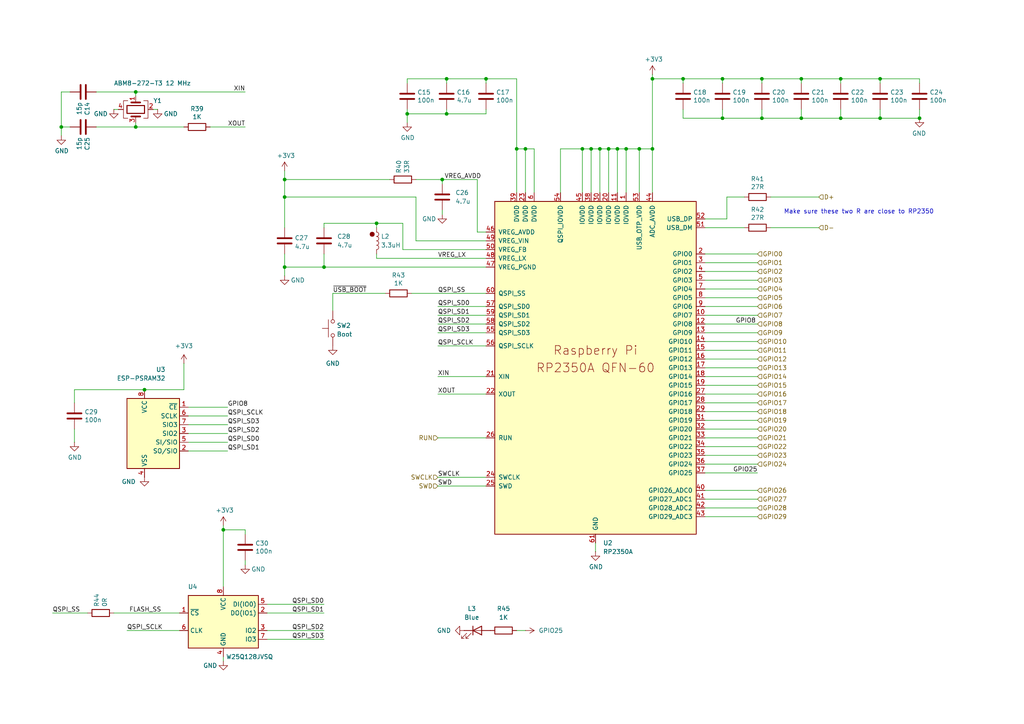
<source format=kicad_sch>
(kicad_sch (version 20231120) (generator "eeschema") (generator_version "8.0")
  (paper "A4")
  (title_block (title "Frank M2") (date "2025-02-02") (rev "1.01") (company "Mikhail Matveev") (comment 1 "https://github.com/xtremespb/frank"))
  (lib_symbols
    (symbol "+3V3_1" (power) (pin_numbers hide) (pin_names (offset 0) hide)
      (property "Value" "+3V3" (at 0 3.556 0))
      (symbol "+3V3_1_0_1"
        (polyline (pts (xy -0.762 1.27) (xy 0 2.54)))
        (polyline (pts (xy 0 0) (xy 0 2.54)))
        (polyline (pts (xy 0 2.54) (xy 0.762 1.27)))
      )
      (symbol "+3V3_1_1_1"
        (pin power_in line (at 0 0 90) (length 0) (name "~") (number "1"))
      )
    )
    (symbol "+3V3_2" (power) (pin_numbers hide) (pin_names (offset 0) hide)
      (property "Value" "+3V3" (at 0 3.556 0))
      (symbol "+3V3_2_0_1"
        (polyline (pts (xy -0.762 1.27) (xy 0 2.54)))
        (polyline (pts (xy 0 0) (xy 0 2.54)))
        (polyline (pts (xy 0 2.54) (xy 0.762 1.27)))
      )
      (symbol "+3V3_2_1_1"
        (pin power_in line (at 0 0 90) (length 0) (name "~") (number "1"))
      )
    )
    (symbol "+3V3_3" (power) (pin_numbers hide) (pin_names (offset 0) hide)
      (property "Value" "+3V3" (at 0 3.556 0))
      (symbol "+3V3_3_0_1"
        (polyline (pts (xy -0.762 1.27) (xy 0 2.54)))
        (polyline (pts (xy 0 0) (xy 0 2.54)))
        (polyline (pts (xy 0 2.54) (xy 0.762 1.27)))
      )
      (symbol "+3V3_3_1_1"
        (pin power_in line (at 0 0 90) (length 0) (name "~") (number "1"))
      )
    )
    (symbol "Device:C" (pin_numbers hide) (pin_names (offset 0.254))
      (property "Reference" "C" (at 0.635 2.54 0))
      (property "Value" "C" (at 0.635 -2.54 0))
      (symbol "C_0_1"
        (polyline (pts (xy -2.032 -0.762) (xy 2.032 -0.762)) (stroke (width 0.508)))
        (polyline (pts (xy -2.032 0.762) (xy 2.032 0.762)) (stroke (width 0.508)))
      )
      (symbol "C_1_1"
        (pin passive line (at 0 3.81 270) (length 2.794) (name "~") (number "1"))
        (pin passive line (at 0 -3.81 90) (length 2.794) (name "~") (number "2"))
      )
    )
    (symbol "Device:Crystal_GND24" (pin_names (offset 1.016) hide)
      (property "Reference" "Y" (at 3.175 5.08 0))
      (property "Value" "Crystal_GND24" (at 3.175 3.175 0))
      (symbol "Crystal_GND24_0_1"
        (rectangle (start -1.143 2.54) (end 1.143 -2.54) (stroke (width 0.3048)))
        (polyline (pts (xy -2.54 0) (xy -2.032 0)))
        (polyline (pts (xy -2.032 -1.27) (xy -2.032 1.27)) (stroke (width 0.508)))
        (polyline (pts (xy 0 -3.81) (xy 0 -3.556)))
        (polyline (pts (xy 0 3.556) (xy 0 3.81)))
        (polyline (pts (xy 2.032 -1.27) (xy 2.032 1.27)) (stroke (width 0.508)))
        (polyline (pts (xy 2.032 0) (xy 2.54 0)))
        (polyline (pts (xy -2.54 -2.286) (xy -2.54 -3.556) (xy 2.54 -3.556) (xy 2.54 -2.286)))
        (polyline (pts (xy -2.54 2.286) (xy -2.54 3.556) (xy 2.54 3.556) (xy 2.54 2.286)))
      )
      (symbol "Crystal_GND24_1_1"
        (pin passive line (at -3.81 0 0) (length 1.27) (name "1") (number "1"))
        (pin passive line (at 0 5.08 270) (length 1.27) (name "2") (number "2"))
        (pin passive line (at 3.81 0 180) (length 1.27) (name "3") (number "3"))
        (pin passive line (at 0 -5.08 90) (length 1.27) (name "4") (number "4"))
      )
    )
    (symbol "Device:L" (pin_numbers hide) (pin_names (offset 1.016) hide)
      (property "Reference" "L" (at -1.27 0 90))
      (property "Value" "L" (at 1.905 0 90))
      (symbol "L_0_1"
        (arc (start 0 -2.54) (mid 0.6323 -1.905) (end 0 -1.27))
        (arc (start 0 -1.27) (mid 0.6323 -0.635) (end 0 0))
        (arc (start 0 0) (mid 0.6323 0.635) (end 0 1.27))
        (arc (start 0 1.27) (mid 0.6323 1.905) (end 0 2.54))
      )
      (symbol "L_1_1"
        (pin passive line (at 0 3.81 270) (length 1.27) (name "1") (number "1"))
        (pin passive line (at 0 -3.81 90) (length 1.27) (name "2") (number "2"))
      )
    )
    (symbol "Device:LED" (pin_numbers hide) (pin_names (offset 1.016) hide)
      (property "Reference" "D" (at 0 2.54 0))
      (property "Value" "LED" (at 0 -2.54 0))
      (symbol "LED_0_1"
        (polyline (pts (xy -1.27 -1.27) (xy -1.27 1.27)) (stroke (width 0.254)))
        (polyline (pts (xy -1.27 0) (xy 1.27 0)))
        (polyline (pts (xy 1.27 -1.27) (xy 1.27 1.27) (xy -1.27 0) (xy 1.27 -1.27)) (stroke (width 0.254)))
        (polyline (pts (xy -3.048 -0.762) (xy -4.572 -2.286) (xy -3.81 -2.286) (xy -4.572 -2.286) (xy -4.572 -1.524)))
        (polyline (pts (xy -1.778 -0.762) (xy -3.302 -2.286) (xy -2.54 -2.286) (xy -3.302 -2.286) (xy -3.302 -1.524)))
      )
      (symbol "LED_1_1"
        (pin passive line (at -3.81 0 0) (length 2.54) (name "K") (number "1"))
        (pin passive line (at 3.81 0 180) (length 2.54) (name "A") (number "2"))
      )
    )
    (symbol "Device:R" (pin_numbers hide) (pin_names (offset 0))
      (property "Reference" "R" (at 2.032 0 90))
      (property "Value" "R" (at 0 0 90))
      (symbol "R_0_1"
        (rectangle (start -1.016 -2.54) (end 1.016 2.54) (stroke (width 0.254)))
      )
      (symbol "R_1_1"
        (pin passive line (at 0 3.81 270) (length 1.27) (name "~") (number "1"))
        (pin passive line (at 0 -3.81 90) (length 1.27) (name "~") (number "2"))
      )
    )
    (symbol "FRANK:ESP-PSRAM32"
      (property "Reference" "PSR1" (at -8.89 1.2701 0))
      (property "Value" "PSRAM" (at -8.89 -1.2699 0))
      (symbol "ESP-PSRAM32_0_1"
        (rectangle (start -7.62 10.16) (end 7.62 -10.16) (stroke (width 0.254)) (fill (type background)))
      )
      (symbol "ESP-PSRAM32_1_1"
        (pin input line (at 10.16 7.62 180) (length 2.54) (name "~{CE}") (number "1"))
        (pin output line (at 10.16 -5.08 180) (length 2.54) (name "SO/SIO") (number "2"))
        (pin bidirectional line (at 10.16 0 180) (length 2.54) (name "SIO2") (number "3"))
        (pin power_in line (at -2.54 -12.7 90) (length 2.54) (name "VSS") (number "4"))
        (pin input line (at 10.16 -2.54 180) (length 2.54) (name "SI/SIO") (number "5"))
        (pin output line (at 10.16 5.08 180) (length 2.54) (name "SCLK") (number "6"))
        (pin bidirectional line (at 10.16 2.54 180) (length 2.54) (name "SIO3") (number "7"))
        (pin power_in line (at -2.54 12.7 270) (length 2.54) (name "VCC") (number "8"))
      )
    )
    (symbol "FRANK:RP2350A" (pin_names (offset 1.016))
      (property "Reference" "U2" (at 2.1941 -50.8 0))
      (property "Value" "RP2350A" (at 2.1941 -53.34 0))
      (symbol "RP2350A_0_0"
        (text "Raspberry Pi" (at 0 5.08 0) (effects (font (size 2.54 2.54))))
      )
      (symbol "RP2350A_0_1"
        (rectangle (start 29.21 48.26) (end -29.21 -48.26) (stroke (width 0.254)) (fill (type background)))
      )
      (symbol "RP2350A_1_0"
        (text "RP2350A QFN-60" (at 0 0 0) (effects (font (size 2.54 2.54))))
      )
      (symbol "RP2350A_1_1"
        (pin power_in line (at 8.89 50.8 270) (length 2.54) (name "IOVDD") (number "1"))
        (pin bidirectional line (at 31.75 15.24 180) (length 2.54) (name "GPIO7") (number "10"))
        (pin power_in line (at 6.35 50.8 270) (length 2.54) (name "IOVDD") (number "11"))
        (pin bidirectional line (at 31.75 12.7 180) (length 2.54) (name "GPIO8") (number "12"))
        (pin bidirectional line (at 31.75 10.16 180) (length 2.54) (name "GPIO9") (number "13"))
        (pin bidirectional line (at 31.75 7.62 180) (length 2.54) (name "GPIO10") (number "14"))
        (pin bidirectional line (at 31.75 5.08 180) (length 2.54) (name "GPIO11") (number "15"))
        (pin bidirectional line (at 31.75 2.54 180) (length 2.54) (name "GPIO12") (number "16"))
        (pin bidirectional line (at 31.75 0 180) (length 2.54) (name "GPIO13") (number "17"))
        (pin bidirectional line (at 31.75 -2.54 180) (length 2.54) (name "GPIO14") (number "18"))
        (pin bidirectional line (at 31.75 -5.08 180) (length 2.54) (name "GPIO15") (number "19"))
        (pin bidirectional line (at 31.75 33.02 180) (length 2.54) (name "GPIO0") (number "2"))
        (pin power_in line (at 3.81 50.8 270) (length 2.54) (name "IOVDD") (number "20"))
        (pin input line (at -31.75 -2.54 0) (length 2.54) (name "XIN") (number "21"))
        (pin passive line (at -31.75 -7.62 0) (length 2.54) (name "XOUT") (number "22"))
        (pin power_in line (at -20.32 50.8 270) (length 2.54) (name "DVDD") (number "23"))
        (pin output line (at -31.75 -31.75 0) (length 2.54) (name "SWCLK") (number "24"))
        (pin bidirectional line (at -31.75 -34.29 0) (length 2.54) (name "SWD") (number "25"))
        (pin input line (at -31.75 -20.32 0) (length 2.54) (name "RUN") (number "26"))
        (pin bidirectional line (at 31.75 -7.62 180) (length 2.54) (name "GPIO16") (number "27"))
        (pin bidirectional line (at 31.75 -10.16 180) (length 2.54) (name "GPIO17") (number "28"))
        (pin bidirectional line (at 31.75 -12.7 180) (length 2.54) (name "GPIO18") (number "29"))
        (pin bidirectional line (at 31.75 30.48 180) (length 2.54) (name "GPIO1") (number "3"))
        (pin power_in line (at 1.27 50.8 270) (length 2.54) (name "IOVDD") (number "30"))
        (pin bidirectional line (at 31.75 -15.24 180) (length 2.54) (name "GPIO19") (number "31"))
        (pin bidirectional line (at 31.75 -17.78 180) (length 2.54) (name "GPIO20") (number "32"))
        (pin bidirectional line (at 31.75 -20.32 180) (length 2.54) (name "GPIO21") (number "33"))
        (pin bidirectional line (at 31.75 -22.86 180) (length 2.54) (name "GPIO22") (number "34"))
        (pin bidirectional line (at 31.75 -25.4 180) (length 2.54) (name "GPIO23") (number "35"))
        (pin bidirectional line (at 31.75 -27.94 180) (length 2.54) (name "GPIO24") (number "36"))
        (pin bidirectional line (at 31.75 -30.48 180) (length 2.54) (name "GPIO25") (number "37"))
        (pin power_in line (at -1.27 50.8 270) (length 2.54) (name "IOVDD") (number "38"))
        (pin power_in line (at -22.86 50.8 270) (length 2.54) (name "DVDD") (number "39"))
        (pin bidirectional line (at 31.75 27.94 180) (length 2.54) (name "GPIO2") (number "4"))
        (pin bidirectional line (at 31.75 -35.56 180) (length 2.54) (name "GPIO26_ADC0") (number "40"))
        (pin bidirectional line (at 31.75 -38.1 180) (length 2.54) (name "GPIO27_ADC1") (number "41"))
        (pin bidirectional line (at 31.75 -40.64 180) (length 2.54) (name "GPIO28_ADC2") (number "42"))
        (pin bidirectional line (at 31.75 -43.18 180) (length 2.54) (name "GPIO29_ADC3") (number "43"))
        (pin power_in line (at 16.51 50.8 270) (length 2.54) (name "ADC_AVDD") (number "44"))
        (pin power_in line (at -3.81 50.8 270) (length 2.54) (name "IOVDD") (number "45"))
        (pin power_in line (at -31.75 39.37 0) (length 2.54) (name "VREG_AVDD") (number "46"))
        (pin power_in line (at -31.75 29.21 0) (length 2.54) (name "VREG_PGND") (number "47"))
        (pin power_out line (at -31.75 31.75 0) (length 2.54) (name "VREG_LX") (number "48"))
        (pin power_in line (at -31.75 36.83 0) (length 2.54) (name "VREG_VIN") (number "49"))
        (pin bidirectional line (at 31.75 25.4 180) (length 2.54) (name "GPIO3") (number "5"))
        (pin input line (at -31.75 34.29 0) (length 2.54) (name "VREG_FB") (number "50"))
        (pin bidirectional line (at 31.75 40.64 180) (length 2.54) (name "USB_DM") (number "51"))
        (pin bidirectional line (at 31.75 43.18 180) (length 2.54) (name "USB_DP") (number "52"))
        (pin power_in line (at 12.7 50.8 270) (length 2.54) (name "USB_OTP_VDD") (number "53"))
        (pin power_in line (at -10.16 50.8 270) (length 2.54) (name "QSPI_IOVDD") (number "54"))
        (pin bidirectional line (at -31.75 10.16 0) (length 2.54) (name "QSPI_SD3") (number "55"))
        (pin output line (at -31.75 6.35 0) (length 2.54) (name "QSPI_SCLK") (number "56"))
        (pin bidirectional line (at -31.75 17.78 0) (length 2.54) (name "QSPI_SD0") (number "57"))
        (pin bidirectional line (at -31.75 12.7 0) (length 2.54) (name "QSPI_SD2") (number "58"))
        (pin bidirectional line (at -31.75 15.24 0) (length 2.54) (name "QSPI_SD1") (number "59"))
        (pin power_in line (at -17.78 50.8 270) (length 2.54) (name "DVDD") (number "6"))
        (pin bidirectional line (at -31.75 21.59 0) (length 2.54) (name "QSPI_SS") (number "60"))
        (pin power_in line (at 0 -50.8 90) (length 2.54) (name "GND") (number "61"))
        (pin bidirectional line (at 31.75 22.86 180) (length 2.54) (name "GPIO4") (number "7"))
        (pin bidirectional line (at 31.75 20.32 180) (length 2.54) (name "GPIO5") (number "8"))
        (pin bidirectional line (at 31.75 17.78 180) (length 2.54) (name "GPIO6") (number "9"))
      )
    )
    (symbol "FRANK:W25Q128JVS"
      (property "Reference" "U3" (at -8.89 10.16 0))
      (property "Value" "W25Q128JVSQ" (at 7.62 -10.16 0))
      (symbol "W25Q128JVS_0_1"
        (rectangle (start -10.16 7.62) (end 10.16 -7.62) (stroke (width 0.254)) (fill (type background)))
      )
      (symbol "W25Q128JVS_1_1"
        (pin input line (at -12.7 2.54 0) (length 2.54) (name "~{CS}") (number "1"))
        (pin bidirectional line (at 12.7 2.54 180) (length 2.54) (name "DO(IO1)") (number "2"))
        (pin bidirectional line (at 12.7 -2.54 180) (length 2.54) (name "IO2") (number "3"))
        (pin power_in line (at 0 -10.16 90) (length 2.54) (name "GND") (number "4"))
        (pin bidirectional line (at 12.7 5.08 180) (length 2.54) (name "DI(IO0)") (number "5"))
        (pin input line (at -12.7 -2.54 0) (length 2.54) (name "CLK") (number "6"))
        (pin bidirectional line (at 12.7 -5.08 180) (length 2.54) (name "IO3") (number "7"))
        (pin power_in line (at 0 10.16 270) (length 2.54) (name "VCC") (number "8"))
      )
    )
    (symbol "GND_1" (power) (pin_numbers hide) (pin_names (offset 0) hide)
      (property "Value" "GND" (at 0 -3.81 0))
      (symbol "GND_1_0_1"
        (polyline (pts (xy 0 0) (xy 0 -1.27) (xy 1.27 -1.27) (xy 0 -2.54) (xy -1.27 -1.27) (xy 0 -1.27)))
      )
      (symbol "GND_1_1_1"
        (pin power_in line (at 0 0 270) (length 0) (name "~") (number "1"))
      )
    )
    (symbol "GND_10" (power) (pin_numbers hide) (pin_names (offset 0) hide)
      (property "Value" "GND" (at 0 -3.81 0))
      (symbol "GND_10_0_1"
        (polyline (pts (xy 0 0) (xy 0 -1.27) (xy 1.27 -1.27) (xy 0 -2.54) (xy -1.27 -1.27) (xy 0 -1.27)))
      )
      (symbol "GND_10_1_1"
        (pin power_in line (at 0 0 270) (length 0) (name "~") (number "1"))
      )
    )
    (symbol "GND_11" (power) (pin_numbers hide) (pin_names (offset 0) hide)
      (property "Value" "GND" (at 0 -3.81 0))
      (symbol "GND_11_0_1"
        (polyline (pts (xy 0 0) (xy 0 -1.27) (xy 1.27 -1.27) (xy 0 -2.54) (xy -1.27 -1.27) (xy 0 -1.27)))
      )
      (symbol "GND_11_1_1"
        (pin power_in line (at 0 0 270) (length 0) (name "~") (number "1"))
      )
    )
    (symbol "GND_12" (power) (pin_numbers hide) (pin_names (offset 0) hide)
      (property "Value" "GND" (at 0 -3.81 0))
      (symbol "GND_12_0_1"
        (polyline (pts (xy 0 0) (xy 0 -1.27) (xy 1.27 -1.27) (xy 0 -2.54) (xy -1.27 -1.27) (xy 0 -1.27)))
      )
      (symbol "GND_12_1_1"
        (pin power_in line (at 0 0 270) (length 0) (name "~") (number "1"))
      )
    )
    (symbol "GND_2" (power) (pin_numbers hide) (pin_names (offset 0) hide)
      (property "Value" "GND" (at 0 -3.81 0))
      (symbol "GND_2_0_1"
        (polyline (pts (xy 0 0) (xy 0 -1.27) (xy 1.27 -1.27) (xy 0 -2.54) (xy -1.27 -1.27) (xy 0 -1.27)))
      )
      (symbol "GND_2_1_1"
        (pin power_in line (at 0 0 270) (length 0) (name "~") (number "1"))
      )
    )
    (symbol "GND_3" (power) (pin_numbers hide) (pin_names (offset 0) hide)
      (property "Value" "GND" (at 0 -3.81 0))
      (symbol "GND_3_0_1"
        (polyline (pts (xy 0 0) (xy 0 -1.27) (xy 1.27 -1.27) (xy 0 -2.54) (xy -1.27 -1.27) (xy 0 -1.27)))
      )
      (symbol "GND_3_1_1"
        (pin power_in line (at 0 0 270) (length 0) (name "~") (number "1"))
      )
    )
    (symbol "GND_4" (power) (pin_numbers hide) (pin_names (offset 0) hide)
      (property "Value" "GND" (at 0 -3.81 0))
      (symbol "GND_4_0_1"
        (polyline (pts (xy 0 0) (xy 0 -1.27) (xy 1.27 -1.27) (xy 0 -2.54) (xy -1.27 -1.27) (xy 0 -1.27)))
      )
      (symbol "GND_4_1_1"
        (pin power_in line (at 0 0 270) (length 0) (name "~") (number "1"))
      )
    )
    (symbol "GND_5" (power) (pin_numbers hide) (pin_names (offset 0) hide)
      (property "Value" "GND" (at 0 -3.81 0))
      (symbol "GND_5_0_1"
        (polyline (pts (xy 0 0) (xy 0 -1.27) (xy 1.27 -1.27) (xy 0 -2.54) (xy -1.27 -1.27) (xy 0 -1.27)))
      )
      (symbol "GND_5_1_1"
        (pin power_in line (at 0 0 270) (length 0) (name "~") (number "1"))
      )
    )
    (symbol "GND_6" (power) (pin_numbers hide) (pin_names (offset 0) hide)
      (property "Value" "GND" (at 0 -3.81 0))
      (symbol "GND_6_0_1"
        (polyline (pts (xy 0 0) (xy 0 -1.27) (xy 1.27 -1.27) (xy 0 -2.54) (xy -1.27 -1.27) (xy 0 -1.27)))
      )
      (symbol "GND_6_1_1"
        (pin power_in line (at 0 0 270) (length 0) (name "~") (number "1"))
      )
    )
    (symbol "GND_7" (power) (pin_numbers hide) (pin_names (offset 0) hide)
      (property "Value" "GND" (at 0 -3.81 0))
      (symbol "GND_7_0_1"
        (polyline (pts (xy 0 0) (xy 0 -1.27) (xy 1.27 -1.27) (xy 0 -2.54) (xy -1.27 -1.27) (xy 0 -1.27)))
      )
      (symbol "GND_7_1_1"
        (pin power_in line (at 0 0 270) (length 0) (name "~") (number "1"))
      )
    )
    (symbol "GND_8" (power) (pin_numbers hide) (pin_names (offset 0) hide)
      (property "Value" "GND" (at 0 -3.81 0))
      (symbol "GND_8_0_1"
        (polyline (pts (xy 0 0) (xy 0 -1.27) (xy 1.27 -1.27) (xy 0 -2.54) (xy -1.27 -1.27) (xy 0 -1.27)))
      )
      (symbol "GND_8_1_1"
        (pin power_in line (at 0 0 270) (length 0) (name "~") (number "1"))
      )
    )
    (symbol "GND_9" (power) (pin_numbers hide) (pin_names (offset 0) hide)
      (property "Value" "GND" (at 0 -3.81 0))
      (symbol "GND_9_0_1"
        (polyline (pts (xy 0 0) (xy 0 -1.27) (xy 1.27 -1.27) (xy 0 -2.54) (xy -1.27 -1.27) (xy 0 -1.27)))
      )
      (symbol "GND_9_1_1"
        (pin power_in line (at 0 0 270) (length 0) (name "~") (number "1"))
      )
    )
    (symbol "Switch:SW_Push" (pin_numbers hide) (pin_names (offset 1.016) hide)
      (property "Reference" "SW" (at 1.27 2.54 0))
      (property "Value" "SW_Push" (at 0 -1.524 0))
      (symbol "SW_Push_0_1"
        (circle (center -2.032 0) (radius 0.508))
        (polyline (pts (xy 0 1.27) (xy 0 3.048)))
        (polyline (pts (xy 2.54 1.27) (xy -2.54 1.27)))
        (circle (center 2.032 0) (radius 0.508))
        (pin passive line (at -5.08 0 0) (length 2.54) (name "1") (number "1"))
        (pin passive line (at 5.08 0 180) (length 2.54) (name "2") (number "2"))
      )
    )
    (symbol "power:+3V3" (power) (pin_numbers hide) (pin_names (offset 0) hide)
      (property "Value" "+3V3" (at 0 3.556 0))
      (symbol "+3V3_0_1"
        (polyline (pts (xy -0.762 1.27) (xy 0 2.54)))
        (polyline (pts (xy 0 0) (xy 0 2.54)))
        (polyline (pts (xy 0 2.54) (xy 0.762 1.27)))
      )
      (symbol "+3V3_1_1"
        (pin power_in line (at 0 0 90) (length 0) (name "~") (number "1"))
      )
    )
    (symbol "power:GND" (power) (pin_numbers hide) (pin_names (offset 0) hide)
      (property "Value" "GND" (at 0 -3.81 0))
      (symbol "GND_0_1"
        (polyline (pts (xy 0 0) (xy 0 -1.27) (xy 1.27 -1.27) (xy 0 -2.54) (xy -1.27 -1.27) (xy 0 -1.27)))
      )
      (symbol "GND_1_1"
        (pin power_in line (at 0 0 270) (length 0) (name "~") (number "1"))
      )
    )
  )
  (junction (at 176.53 43.18))
  (junction (at 173.99 43.18))
  (junction (at 198.12 22.86))
  (junction (at 128.27 52.07))
  (junction (at 220.98 22.86))
  (junction (at 209.55 22.86))
  (junction (at 168.91 43.18))
  (junction (at 41.91 113.03))
  (junction (at 82.55 77.47))
  (junction (at 209.55 34.29))
  (junction (at 179.07 43.18))
  (junction (at 140.97 22.86))
  (junction (at 82.55 52.07))
  (junction (at 39.37 36.83))
  (junction (at 266.7 34.29))
  (junction (at 118.11 33.02))
  (junction (at 185.42 43.18))
  (junction (at 149.86 43.18))
  (junction (at 129.54 33.02))
  (junction (at 129.54 22.86))
  (junction (at 17.78 36.83))
  (junction (at 181.61 43.18))
  (junction (at 82.55 57.15))
  (junction (at 220.98 34.29))
  (junction (at 255.27 34.29))
  (junction (at 93.98 77.47))
  (junction (at 243.84 22.86))
  (junction (at 243.84 34.29))
  (junction (at 109.22 64.77))
  (junction (at 189.23 43.18))
  (junction (at 232.41 34.29))
  (junction (at 255.27 22.86))
  (junction (at 39.37 26.67))
  (junction (at 232.41 22.86))
  (junction (at 171.45 43.18))
  (junction (at 189.23 22.86))
  (junction (at 64.77 153.67))
  (junction (at 152.4 43.18))
  (wire (pts (xy 179.07 43.18) (xy 181.61 43.18)))
  (wire (pts (xy 39.37 26.67) (xy 71.12 26.67)))
  (wire (pts (xy 152.4 43.18) (xy 154.94 43.18)))
  (wire (pts (xy 152.4 55.88) (xy 152.4 43.18)))
  (wire (pts (xy 116.84 72.39) (xy 116.84 64.77)))
  (wire (pts (xy 140.97 138.43) (xy 127 138.43)))
  (wire (pts (xy 204.47 149.86) (xy 219.71 149.86)))
  (wire (pts (xy 71.12 154.94) (xy 71.12 153.67)))
  (wire (pts (xy 189.23 22.86) (xy 198.12 22.86)))
  (wire (pts (xy 204.47 93.98) (xy 219.71 93.98)))
  (wire (pts (xy 204.47 99.06) (xy 219.71 99.06)))
  (wire (pts (xy 64.77 152.4) (xy 64.77 153.67)))
  (wire (pts (xy 198.12 22.86) (xy 209.55 22.86)))
  (wire (pts (xy 204.47 91.44) (xy 219.71 91.44)))
  (wire (pts (xy 128.27 52.07) (xy 128.27 53.34)))
  (wire (pts (xy 140.97 24.13) (xy 140.97 22.86)))
  (wire (pts (xy 20.32 26.67) (xy 17.78 26.67)))
  (wire (pts (xy 109.22 64.77) (xy 109.22 66.04)))
  (wire (pts (xy 255.27 24.13) (xy 255.27 22.86)))
  (wire (pts (xy 127 93.98) (xy 140.97 93.98)))
  (wire (pts (xy 204.47 83.82) (xy 219.71 83.82)))
  (wire (pts (xy 127 88.9) (xy 140.97 88.9)))
  (wire (pts (xy 152.4 43.18) (xy 149.86 43.18)))
  (wire (pts (xy 220.98 22.86) (xy 232.41 22.86)))
  (wire (pts (xy 189.23 21.59) (xy 189.23 22.86)))
  (wire (pts (xy 54.61 125.73) (xy 66.04 125.73)))
  (wire (pts (xy 204.47 104.14) (xy 219.71 104.14)))
  (wire (pts (xy 162.56 43.18) (xy 168.91 43.18)))
  (wire (pts (xy 204.47 124.46) (xy 219.71 124.46)))
  (wire (pts (xy 185.42 55.88) (xy 185.42 43.18)))
  (wire (pts (xy 127 96.52) (xy 140.97 96.52)))
  (wire (pts (xy 111.76 85.09) (xy 96.52 85.09)))
  (wire (pts (xy 82.55 57.15) (xy 120.65 57.15)))
  (wire (pts (xy 204.47 142.24) (xy 219.71 142.24)))
  (wire (pts (xy 266.7 31.75) (xy 266.7 34.29)))
  (wire (pts (xy 118.11 24.13) (xy 118.11 22.86)))
  (wire (pts (xy 176.53 43.18) (xy 179.07 43.18)))
  (wire (pts (xy 60.96 36.83) (xy 71.12 36.83)))
  (wire (pts (xy 209.55 34.29) (xy 198.12 34.29)))
  (wire (pts (xy 232.41 34.29) (xy 220.98 34.29)))
  (wire (pts (xy 172.72 157.48) (xy 172.72 160.02)))
  (wire (pts (xy 120.65 52.07) (xy 128.27 52.07)))
  (wire (pts (xy 53.34 105.41) (xy 53.34 113.03)))
  (wire (pts (xy 127 91.44) (xy 140.97 91.44)))
  (wire (pts (xy 33.02 177.8) (xy 52.07 177.8)))
  (wire (pts (xy 243.84 22.86) (xy 255.27 22.86)))
  (wire (pts (xy 140.97 100.33) (xy 127 100.33)))
  (wire (pts (xy 39.37 36.83) (xy 53.34 36.83)))
  (wire (pts (xy 17.78 26.67) (xy 17.78 36.83)))
  (wire (pts (xy 223.52 57.15) (xy 237.49 57.15)))
  (wire (pts (xy 204.47 73.66) (xy 219.71 73.66)))
  (wire (pts (xy 116.84 64.77) (xy 109.22 64.77)))
  (wire (pts (xy 54.61 130.81) (xy 66.04 130.81)))
  (wire (pts (xy 232.41 31.75) (xy 232.41 34.29)))
  (wire (pts (xy 173.99 55.88) (xy 173.99 43.18)))
  (wire (pts (xy 93.98 73.66) (xy 93.98 77.47)))
  (wire (pts (xy 176.53 55.88) (xy 176.53 43.18)))
  (wire (pts (xy 140.97 85.09) (xy 119.38 85.09)))
  (wire (pts (xy 204.47 96.52) (xy 219.71 96.52)))
  (wire (pts (xy 179.07 55.88) (xy 179.07 43.18)))
  (wire (pts (xy 127 127) (xy 140.97 127)))
  (wire (pts (xy 118.11 22.86) (xy 129.54 22.86)))
  (wire (pts (xy 171.45 43.18) (xy 173.99 43.18)))
  (wire (pts (xy 54.61 118.11) (xy 66.04 118.11)))
  (wire (pts (xy 109.22 74.93) (xy 109.22 73.66)))
  (wire (pts (xy 189.23 22.86) (xy 189.23 43.18)))
  (wire (pts (xy 64.77 190.5) (xy 64.77 191.77)))
  (wire (pts (xy 204.47 111.76) (xy 219.71 111.76)))
  (wire (pts (xy 77.47 175.26) (xy 93.98 175.26)))
  (wire (pts (xy 39.37 35.56) (xy 39.37 36.83)))
  (wire (pts (xy 27.94 26.67) (xy 39.37 26.67)))
  (wire (pts (xy 204.47 134.62) (xy 219.71 134.62)))
  (wire (pts (xy 171.45 55.88) (xy 171.45 43.18)))
  (wire (pts (xy 120.65 69.85) (xy 140.97 69.85)))
  (wire (pts (xy 181.61 43.18) (xy 181.61 55.88)))
  (wire (pts (xy 204.47 129.54) (xy 219.71 129.54)))
  (wire (pts (xy 204.47 109.22) (xy 219.71 109.22)))
  (wire (pts (xy 173.99 43.18) (xy 176.53 43.18)))
  (wire (pts (xy 118.11 33.02) (xy 129.54 33.02)))
  (wire (pts (xy 96.52 85.09) (xy 96.52 90.17)))
  (wire (pts (xy 255.27 34.29) (xy 266.7 34.29)))
  (wire (pts (xy 204.47 88.9) (xy 219.71 88.9)))
  (wire (pts (xy 204.47 86.36) (xy 219.71 86.36)))
  (wire (pts (xy 118.11 31.75) (xy 118.11 33.02)))
  (wire (pts (xy 33.02 31.75) (xy 34.29 31.75)))
  (wire (pts (xy 21.59 113.03) (xy 21.59 116.84)))
  (wire (pts (xy 204.47 63.5) (xy 210.82 63.5)))
  (wire (pts (xy 15.24 177.8) (xy 25.4 177.8)))
  (wire (pts (xy 232.41 24.13) (xy 232.41 22.86)))
  (wire (pts (xy 204.47 116.84) (xy 219.71 116.84)))
  (wire (pts (xy 168.91 43.18) (xy 171.45 43.18)))
  (wire (pts (xy 53.34 113.03) (xy 41.91 113.03)))
  (wire (pts (xy 93.98 64.77) (xy 109.22 64.77)))
  (wire (pts (xy 149.86 43.18) (xy 149.86 55.88)))
  (wire (pts (xy 140.97 72.39) (xy 116.84 72.39)))
  (wire (pts (xy 255.27 22.86) (xy 266.7 22.86)))
  (wire (pts (xy 162.56 55.88) (xy 162.56 43.18)))
  (wire (pts (xy 120.65 57.15) (xy 120.65 69.85)))
  (wire (pts (xy 204.47 81.28) (xy 219.71 81.28)))
  (wire (pts (xy 36.83 182.88) (xy 52.07 182.88)))
  (wire (pts (xy 204.47 76.2) (xy 219.71 76.2)))
  (wire (pts (xy 220.98 24.13) (xy 220.98 22.86)))
  (wire (pts (xy 210.82 57.15) (xy 210.82 63.5)))
  (wire (pts (xy 168.91 55.88) (xy 168.91 43.18)))
  (wire (pts (xy 209.55 22.86) (xy 220.98 22.86)))
  (wire (pts (xy 210.82 57.15) (xy 215.9 57.15)))
  (wire (pts (xy 64.77 153.67) (xy 64.77 170.18)))
  (wire (pts (xy 82.55 49.53) (xy 82.55 52.07)))
  (wire (pts (xy 118.11 33.02) (xy 118.11 35.56)))
  (wire (pts (xy 77.47 185.42) (xy 93.98 185.42)))
  (wire (pts (xy 77.47 177.8) (xy 93.98 177.8)))
  (wire (pts (xy 198.12 24.13) (xy 198.12 22.86)))
  (wire (pts (xy 209.55 31.75) (xy 209.55 34.29)))
  (wire (pts (xy 204.47 127) (xy 219.71 127)))
  (wire (pts (xy 204.47 119.38) (xy 219.71 119.38)))
  (wire (pts (xy 154.94 43.18) (xy 154.94 55.88)))
  (wire (pts (xy 243.84 24.13) (xy 243.84 22.86)))
  (wire (pts (xy 138.43 67.31) (xy 140.97 67.31)))
  (wire (pts (xy 140.97 33.02) (xy 140.97 31.75)))
  (wire (pts (xy 243.84 34.29) (xy 232.41 34.29)))
  (wire (pts (xy 109.22 74.93) (xy 140.97 74.93)))
  (wire (pts (xy 204.47 144.78) (xy 219.71 144.78)))
  (wire (pts (xy 189.23 43.18) (xy 189.23 55.88)))
  (wire (pts (xy 129.54 22.86) (xy 140.97 22.86)))
  (wire (pts (xy 149.86 22.86) (xy 149.86 43.18)))
  (wire (pts (xy 220.98 31.75) (xy 220.98 34.29)))
  (wire (pts (xy 255.27 34.29) (xy 243.84 34.29)))
  (wire (pts (xy 223.52 66.04) (xy 237.49 66.04)))
  (wire (pts (xy 181.61 43.18) (xy 185.42 43.18)))
  (wire (pts (xy 149.86 182.88) (xy 152.4 182.88)))
  (wire (pts (xy 82.55 52.07) (xy 113.03 52.07)))
  (wire (pts (xy 204.47 114.3) (xy 219.71 114.3)))
  (wire (pts (xy 204.47 101.6) (xy 219.71 101.6)))
  (wire (pts (xy 20.32 36.83) (xy 17.78 36.83)))
  (wire (pts (xy 71.12 162.56) (xy 71.12 163.83)))
  (wire (pts (xy 185.42 43.18) (xy 189.23 43.18)))
  (wire (pts (xy 71.12 153.67) (xy 64.77 153.67)))
  (wire (pts (xy 129.54 24.13) (xy 129.54 22.86)))
  (wire (pts (xy 204.47 147.32) (xy 219.71 147.32)))
  (wire (pts (xy 129.54 33.02) (xy 140.97 33.02)))
  (wire (pts (xy 93.98 66.04) (xy 93.98 64.77)))
  (wire (pts (xy 204.47 78.74) (xy 219.71 78.74)))
  (wire (pts (xy 232.41 22.86) (xy 243.84 22.86)))
  (wire (pts (xy 82.55 77.47) (xy 93.98 77.47)))
  (wire (pts (xy 204.47 66.04) (xy 215.9 66.04)))
  (wire (pts (xy 82.55 57.15) (xy 82.55 66.04)))
  (wire (pts (xy 129.54 31.75) (xy 129.54 33.02)))
  (wire (pts (xy 54.61 120.65) (xy 66.04 120.65)))
  (wire (pts (xy 82.55 52.07) (xy 82.55 57.15)))
  (wire (pts (xy 266.7 24.13) (xy 266.7 22.86)))
  (wire (pts (xy 204.47 137.16) (xy 219.71 137.16)))
  (wire (pts (xy 39.37 27.94) (xy 39.37 26.67)))
  (wire (pts (xy 77.47 182.88) (xy 93.98 182.88)))
  (wire (pts (xy 140.97 22.86) (xy 149.86 22.86)))
  (wire (pts (xy 140.97 140.97) (xy 127 140.97)))
  (wire (pts (xy 44.45 31.75) (xy 45.72 31.75)))
  (wire (pts (xy 243.84 31.75) (xy 243.84 34.29)))
  (wire (pts (xy 21.59 124.46) (xy 21.59 128.27)))
  (wire (pts (xy 209.55 24.13) (xy 209.55 22.86)))
  (wire (pts (xy 204.47 132.08) (xy 219.71 132.08)))
  (wire (pts (xy 82.55 77.47) (xy 82.55 80.01)))
  (wire (pts (xy 220.98 34.29) (xy 209.55 34.29)))
  (wire (pts (xy 82.55 73.66) (xy 82.55 77.47)))
  (wire (pts (xy 198.12 31.75) (xy 198.12 34.29)))
  (wire (pts (xy 27.94 36.83) (xy 39.37 36.83)))
  (wire (pts (xy 54.61 128.27) (xy 66.04 128.27)))
  (wire (pts (xy 138.43 52.07) (xy 138.43 67.31)))
  (wire (pts (xy 127 109.22) (xy 140.97 109.22)))
  (wire (pts (xy 93.98 77.47) (xy 140.97 77.47)))
  (wire (pts (xy 17.78 36.83) (xy 17.78 39.37)))
  (wire (pts (xy 128.27 62.23) (xy 128.27 60.96)))
  (wire (pts (xy 204.47 106.68) (xy 219.71 106.68)))
  (wire (pts (xy 128.27 52.07) (xy 138.43 52.07)))
  (wire (pts (xy 204.47 121.92) (xy 219.71 121.92)))
  (wire (pts (xy 54.61 123.19) (xy 66.04 123.19)))
  (wire (pts (xy 21.59 113.03) (xy 41.91 113.03)))
  (wire (pts (xy 255.27 31.75) (xy 255.27 34.29)))
  (wire (pts (xy 140.97 114.3) (xy 127 114.3)))
  (circle (center 107.95 67.945) (radius 0.635) (stroke (width 0) (color 132 0 0 1)) (fill (type color) (color 132 0 0 1)))
  (text "Make sure these two R are close to RP2350\n" (at 227.33 62.23 0) (effects (font (size 1.27 1.27)) (justify left bottom)))
  (label "SWCLK" (at 127 138.43 0))
  (label "QSPI_SD3" (at 93.98 185.42 180))
  (label "QSPI_SD1" (at 93.98 177.8 180))
  (label "XIN" (at 71.12 26.67 180))
  (label "XIN" (at 127 109.22 0))
  (label "QSPI_SD0" (at 93.98 175.26 180))
  (label "XOUT" (at 71.12 36.83 180))
  (label "QSPI_SD2" (at 127 93.98 0))
  (label "QSPI_SD0" (at 66.04 128.27 0))
  (label "QSPI_SCLK" (at 36.83 182.88 0))
  (label "QSPI_SD3" (at 66.04 123.19 0))
  (label "VREG_AVDD" (at 128.905 52.07 0))
  (label "QSPI_SD2" (at 66.04 125.73 0))
  (label "QSPI_SD0" (at 127 88.9 0))
  (label "GPIO25" (at 219.71 137.16 180))
  (label "FLASH_SS" (at 37.465 177.8 0))
  (label "GPIO8" (at 66.04 118.11 0))
  (label "QSPI_SS" (at 127 85.09 0))
  (label "QSPI_SD3" (at 127 96.52 0))
  (label "QSPI_SD1" (at 127 91.44 0))
  (label "XOUT" (at 127 114.3 0))
  (label "QSPI_SD1" (at 66.04 130.81 0))
  (label "SWD" (at 127 140.97 0))
  (label "~{USB_BOOT}" (at 96.52 85.09 0))
  (label "QSPI_SCLK" (at 127 100.33 0))
  (label "QSPI_SD2" (at 93.98 182.88 180))
  (label "QSPI_SS" (at 15.24 177.8 0))
  (label "GPIO8" (at 213.36 93.98 0))
  (label "VREG_LX" (at 127 74.93 0))
  (label "QSPI_SCLK" (at 66.04 120.65 0))
  (hierarchical_label "GPIO4" (shape input) (at 219.71 83.82 0))
  (hierarchical_label "GPIO11" (shape input) (at 219.71 101.6 0))
  (hierarchical_label "GPIO5" (shape input) (at 219.71 86.36 0))
  (hierarchical_label "GPIO24" (shape input) (at 219.71 134.62 0))
  (hierarchical_label "GPIO1" (shape input) (at 219.71 76.2 0))
  (hierarchical_label "GPIO2" (shape input) (at 219.71 78.74 0))
  (hierarchical_label "SWD" (shape input) (at 127 140.97 180))
  (hierarchical_label "GPIO17" (shape input) (at 219.71 116.84 0))
  (hierarchical_label "GPIO21" (shape input) (at 219.71 127 0))
  (hierarchical_label "GPIO3" (shape input) (at 219.71 81.28 0))
  (hierarchical_label "GPIO19" (shape input) (at 219.71 121.92 0))
  (hierarchical_label "GPIO10" (shape input) (at 219.71 99.06 0))
  (hierarchical_label "D+" (shape input) (at 237.49 57.15 0))
  (hierarchical_label "GPIO28" (shape input) (at 219.71 147.32 0))
  (hierarchical_label "GPIO18" (shape input) (at 219.71 119.38 0))
  (hierarchical_label "GPIO23" (shape input) (at 219.71 132.08 0))
  (hierarchical_label "GPIO8" (shape input) (at 219.71 93.98 0))
  (hierarchical_label "GPIO16" (shape input) (at 219.71 114.3 0))
  (hierarchical_label "GPIO15" (shape input) (at 219.71 111.76 0))
  (hierarchical_label "SWCLK" (shape input) (at 127 138.43 180))
  (hierarchical_label "D-" (shape input) (at 237.49 66.04 0))
  (hierarchical_label "GPIO14" (shape input) (at 219.71 109.22 0))
  (hierarchical_label "GPIO29" (shape input) (at 219.71 149.86 0))
  (hierarchical_label "GPIO26" (shape input) (at 219.71 142.24 0))
  (hierarchical_label "GPIO27" (shape input) (at 219.71 144.78 0))
  (hierarchical_label "GPIO6" (shape input) (at 219.71 88.9 0))
  (hierarchical_label "GPIO0" (shape input) (at 219.71 73.66 0))
  (hierarchical_label "RUN" (shape input) (at 127 127 180))
  (hierarchical_label "GPIO9" (shape input) (at 219.71 96.52 0))
  (hierarchical_label "GPIO7" (shape input) (at 219.71 91.44 0))
  (hierarchical_label "GPIO13" (shape input) (at 219.71 106.68 0))
  (hierarchical_label "GPIO20" (shape input) (at 219.71 124.46 0))
  (hierarchical_label "GPIO22" (shape input) (at 219.71 129.54 0))
  (hierarchical_label "GPIO12" (shape input) (at 219.71 104.14 0))
  (symbol (lib_id "Device:C") (at 198.12 27.94 0) (unit 1)
    (property "Reference" "C18" (at 201.041 26.7716 0) (effects (justify left)))
    (property "Value" "100n" (at 201.041 29.083 0) (effects (justify left)))
    (property "Footprint" "FRANK:Capacitor (0805)" (effects (hide yes)))
    (property "Datasheet" "https://eu.mouser.com/datasheet/2/40/KGM_X7R-3223212.pdf" (effects (hide yes)))
    (property "AliExpress" "https://www.aliexpress.com/item/33008008276.html" (effects (hide yes)))
  )
  (symbol (lib_id "power:GND") (at 266.7 34.29 0) (mirror y) (unit 1)
    (property "Reference" "#PWR055" (effects (hide yes)))
    (property "Value" "GND" (at 266.573 38.6842 0))
    (property "Description" "Power symbol creates a global label with name \"GND\" , ground" (effects (hide yes)))
  )
  (symbol (lib_id "FRANK:ESP-PSRAM32") (at 44.45 125.73 0) (unit 1)
    (property "Reference" "U3" (at 48.006 107.188 0) (effects (justify right)))
    (property "Value" "ESP-PSRAM32" (at 48.006 109.728 0) (effects (justify right)))
    (property "Footprint" "FRANK:SO-8" (effects (hide yes)))
    (property "Datasheet" "https://www.espressif.com/sites/default/files/documentation/esp-psram32_datasheet_en.pdf" (effects (hide yes)))
    (property "AliExpress" "https://www.aliexpress.com/item/1005006440914173.html" (effects (hide yes)))
  )
  (symbol (lib_name "GND_5") (lib_id "power:GND") (at 118.11 35.56 0) (unit 1)
    (property "Reference" "#PWR056" (effects (hide yes)))
    (property "Value" "GND" (at 118.237 39.9542 0))
    (property "Description" "Power symbol creates a global label with name \"GND\" , ground" (effects (hide yes)))
  )
  (symbol (lib_id "Device:L") (at 109.22 69.85 0) (unit 1)
    (property "Reference" "L2" (at 110.49 68.58 0) (effects (justify left)))
    (property "Value" "3.3uH" (at 110.49 71.12 0) (effects (justify left)))
    (property "Footprint" "FRANK:Inductor (3225)" (effects (hide yes)))
    (property "Datasheet" "https://product.tdk.com/en/system/files/dam/doc/product/inductor/inductor/smd/catalog/inductor_commercial_decoupling_nlfv32-ef_en.pdf" (effects (hide yes)))
    (property "AliExpress" "https://www.aliexpress.com/item/1005007491864993.html" (effects (hide yes)))
  )
  (symbol (lib_id "Device:C") (at 209.55 27.94 0) (unit 1)
    (property "Reference" "C19" (at 212.471 26.7716 0) (effects (justify left)))
    (property "Value" "100n" (at 212.471 29.083 0) (effects (justify left)))
    (property "Footprint" "FRANK:Capacitor (0805)" (effects (hide yes)))
    (property "Datasheet" "https://eu.mouser.com/datasheet/2/40/KGM_X7R-3223212.pdf" (effects (hide yes)))
    (property "AliExpress" "https://www.aliexpress.com/item/33008008276.html" (effects (hide yes)))
  )
  (symbol (lib_name "GND_1") (lib_id "power:GND") (at 21.59 128.27 0) (unit 1)
    (property "Reference" "#PWR063" (effects (hide yes)))
    (property "Value" "GND" (at 21.717 132.6642 0))
    (property "Description" "Power symbol creates a global label with name \"GND\" , ground" (effects (hide yes)))
  )
  (symbol (lib_id "Device:C") (at 71.12 158.75 0) (unit 1)
    (property "Reference" "C30" (at 74.041 157.5816 0) (effects (justify left)))
    (property "Value" "100n" (at 74.041 159.893 0) (effects (justify left)))
    (property "Footprint" "FRANK:Capacitor (0805)" (effects (hide yes)))
    (property "Datasheet" "https://eu.mouser.com/datasheet/2/40/KGM_X7R-3223212.pdf" (effects (hide yes)))
    (property "AliExpress" "https://www.aliexpress.com/item/33008008276.html" (effects (hide yes)))
  )
  (symbol (lib_id "Device:C") (at 118.11 27.94 0) (unit 1)
    (property "Reference" "C15" (at 121.031 26.7716 0) (effects (justify left)))
    (property "Value" "100n" (at 121.031 29.083 0) (effects (justify left)))
    (property "Footprint" "FRANK:Capacitor (0805)" (effects (hide yes)))
    (property "Datasheet" "https://eu.mouser.com/datasheet/2/40/KGM_X7R-3223212.pdf" (effects (hide yes)))
    (property "AliExpress" "https://www.aliexpress.com/item/33008008276.html" (effects (hide yes)))
  )
  (symbol (lib_id "Device:C") (at 128.27 57.15 0) (unit 1)
    (property "Reference" "C26" (at 132.08 55.88 0) (effects (justify left)))
    (property "Value" "4.7u" (at 132.08 58.42 0) (effects (justify left)))
    (property "Footprint" "FRANK:Capacitor (0805)" (effects (hide yes)))
    (property "Datasheet" "https://eu.mouser.com/datasheet/2/40/KGM_X7R-3223212.pdf" (effects (hide yes)))
    (property "AliExpress" "https://www.aliexpress.com/item/33008008276.html" (effects (hide yes)))
  )
  (symbol (lib_id "Device:R") (at 116.84 52.07 90) (unit 1)
    (property "Reference" "R40" (at 115.6716 50.292 0) (effects (justify left)))
    (property "Value" "33R" (at 117.983 50.292 0) (effects (justify left)))
    (property "Footprint" "FRANK:Resistor (0805)" (effects (hide yes)))
    (property "Datasheet" "https://www.vishay.com/docs/28952/mcs0402at-mct0603at-mcu0805at-mca1206at.pdf" (effects (hide yes)))
    (property "AliExpress" "https://www.aliexpress.com/item/1005005945735199.html" (effects (hide yes)))
  )
  (symbol (lib_id "Device:C") (at 255.27 27.94 0) (unit 1)
    (property "Reference" "C23" (at 258.191 26.7716 0) (effects (justify left)))
    (property "Value" "100n" (at 258.191 29.083 0) (effects (justify left)))
    (property "Footprint" "FRANK:Capacitor (0805)" (effects (hide yes)))
    (property "Datasheet" "https://eu.mouser.com/datasheet/2/40/KGM_X7R-3223212.pdf" (effects (hide yes)))
    (property "AliExpress" "https://www.aliexpress.com/item/33008008276.html" (effects (hide yes)))
  )
  (symbol (lib_name "GND_2") (lib_id "power:GND") (at 134.62 182.88 270) (unit 1)
    (property "Reference" "#PWR068" (effects (hide yes)))
    (property "Value" "GND" (at 130.81 182.8799 90) (effects (justify right)))
    (property "Description" "Power symbol creates a global label with name \"GND\" , ground" (effects (hide yes)))
  )
  (symbol (lib_id "Device:Crystal_GND24") (at 39.37 31.75 270) (unit 1)
    (property "Reference" "Y1" (at 44.45 29.21 90) (effects (justify left)))
    (property "Value" "ABM8-272-T3 12 MHz" (at 33.02 24.13 90) (effects (justify left)))
    (property "Footprint" "FRANK:Crystal (3225)" (effects (hide yes)))
    (property "Datasheet" "https://eu.mouser.com/datasheet/2/3/ABM8_272_T3-3392615.pdf" (effects (hide yes)))
    (property "AliExpress" "https://www.aliexpress.com/item/1005004661413307.html" (effects (hide yes)))
  )
  (symbol (lib_name "GND_4") (lib_id "power:GND") (at 82.55 80.01 0) (mirror y) (unit 1)
    (property "Reference" "#PWR060" (effects (hide yes)))
    (property "Value" "GND" (at 86.36 81.28 0))
    (property "Description" "Power symbol creates a global label with name \"GND\" , ground" (effects (hide yes)))
  )
  (symbol (lib_name "GND_11") (lib_id "power:GND") (at 96.52 100.33 0) (unit 1)
    (property "Reference" "#PWR061" (effects (hide yes)))
    (property "Value" "GND" (at 96.52 105.41 0))
    (property "Description" "Power symbol creates a global label with name \"GND\" , ground" (effects (hide yes)))
  )
  (symbol (lib_name "GND_6") (lib_id "power:GND") (at 41.91 138.43 0) (unit 1)
    (property "Reference" "#PWR064" (effects (hide yes)))
    (property "Value" "GND" (at 39.37 139.7 0) (effects (justify right)))
    (property "Description" "Power symbol creates a global label with name \"GND\" , ground" (effects (hide yes)))
  )
  (symbol (lib_id "Device:C") (at 140.97 27.94 0) (unit 1)
    (property "Reference" "C17" (at 143.891 26.7716 0) (effects (justify left)))
    (property "Value" "100n" (at 143.891 29.083 0) (effects (justify left)))
    (property "Footprint" "FRANK:Capacitor (0805)" (effects (hide yes)))
    (property "Datasheet" "https://eu.mouser.com/datasheet/2/40/KGM_X7R-3223212.pdf" (effects (hide yes)))
    (property "AliExpress" "https://www.aliexpress.com/item/33008008276.html" (effects (hide yes)))
  )
  (symbol (lib_id "Device:C") (at 21.59 120.65 0) (unit 1)
    (property "Reference" "C29" (at 24.511 119.4816 0) (effects (justify left)))
    (property "Value" "100n" (at 24.511 121.793 0) (effects (justify left)))
    (property "Footprint" "FRANK:Capacitor (0805)" (effects (hide yes)))
    (property "Datasheet" "https://eu.mouser.com/datasheet/2/447/KEM_C1075_X7R_HT_SMD-3316221.pdf" (effects (hide yes)))
    (property "AliExpress" "https://www.aliexpress.com/item/33008008276.html" (effects (hide yes)))
  )
  (symbol (lib_id "Device:R") (at 29.21 177.8 90) (unit 1)
    (property "Reference" "R44" (at 28.0416 176.022 0) (effects (justify left)))
    (property "Value" "0R" (at 30.353 176.022 0) (effects (justify left)))
    (property "Footprint" "FRANK:Resistor (0805)" (effects (hide yes)))
    (property "Datasheet" "https://www.vishay.com/docs/28952/mcs0402at-mct0603at-mcu0805at-mca1206at.pdf" (effects (hide yes)))
    (property "AliExpress" "https://www.aliexpress.com/item/1005005945735199.html" (effects (hide yes)))
  )
  (symbol (lib_name "+3V3_1") (lib_id "power:+3V3") (at 152.4 182.88 270) (unit 1)
    (property "Reference" "#PWR069" (effects (hide yes)))
    (property "Value" "GPIO25" (at 156.21 182.8799 90) (effects (justify left)))
    (property "Description" "Power symbol creates a global label with name \"+3V3\"" (effects (hide yes)))
  )
  (symbol (lib_id "Device:C") (at 129.54 27.94 0) (unit 1)
    (property "Reference" "C16" (at 132.461 26.7716 0) (effects (justify left)))
    (property "Value" "4.7u" (at 132.461 29.083 0) (effects (justify left)))
    (property "Footprint" "FRANK:Capacitor (0805)" (effects (hide yes)))
    (property "Datasheet" "https://eu.mouser.com/datasheet/2/40/KGM_X7R-3223212.pdf" (effects (hide yes)))
    (property "AliExpress" "https://www.aliexpress.com/item/33008008276.html" (effects (hide yes)))
  )
  (symbol (lib_name "GND_9") (lib_id "power:GND") (at 17.78 39.37 0) (unit 1)
    (property "Reference" "#PWR057" (effects (hide yes)))
    (property "Value" "GND" (at 17.907 43.7642 0))
    (property "Description" "Power symbol creates a global label with name \"GND\" , ground" (effects (hide yes)))
  )
  (symbol (lib_id "Device:R") (at 219.71 57.15 270) (unit 1)
    (property "Reference" "R41" (at 219.71 51.8922 90))
    (property "Value" "27R" (at 219.71 54.2036 90))
    (property "Footprint" "FRANK:Resistor (0805)" (effects (hide yes)))
    (property "Datasheet" "https://www.vishay.com/docs/28952/mcs0402at-mct0603at-mcu0805at-mca1206at.pdf" (effects (hide yes)))
    (property "AliExpress" "https://www.aliexpress.com/item/1005005945735199.html" (effects (hide yes)))
  )
  (symbol (lib_name "GND_2") (lib_id "power:GND") (at 71.12 163.83 0) (unit 1)
    (property "Reference" "#PWR067" (effects (hide yes)))
    (property "Value" "GND" (at 74.93 165.1 0))
    (property "Description" "Power symbol creates a global label with name \"GND\" , ground" (effects (hide yes)))
  )
  (symbol (lib_name "GND_12") (lib_id "power:GND") (at 128.27 62.23 0) (unit 1)
    (property "Reference" "#PWR059" (effects (hide yes)))
    (property "Value" "GND" (at 124.46 63.5 0))
    (property "Description" "Power symbol creates a global label with name \"GND\" , ground" (effects (hide yes)))
  )
  (symbol (lib_id "Device:C") (at 243.84 27.94 0) (unit 1)
    (property "Reference" "C22" (at 246.761 26.7716 0) (effects (justify left)))
    (property "Value" "100n" (at 246.761 29.083 0) (effects (justify left)))
    (property "Footprint" "FRANK:Capacitor (0805)" (effects (hide yes)))
    (property "Datasheet" "https://eu.mouser.com/datasheet/2/40/KGM_X7R-3223212.pdf" (effects (hide yes)))
    (property "AliExpress" "https://www.aliexpress.com/item/33008008276.html" (effects (hide yes)))
  )
  (symbol (lib_id "Device:R") (at 57.15 36.83 270) (unit 1)
    (property "Reference" "R39" (at 57.15 31.5722 90))
    (property "Value" "1K" (at 57.15 33.8836 90))
    (property "Footprint" "FRANK:Resistor (0805)" (effects (hide yes)))
    (property "Datasheet" "https://www.vishay.com/docs/28952/mcs0402at-mct0603at-mcu0805at-mca1206at.pdf" (effects (hide yes)))
    (property "AliExpress" "https://www.vishay.com/docs/28952/mcs0402at-mct0603at-mcu0805at-mca1206at.pdf" (effects (hide yes)))
  )
  (symbol (lib_id "power:+3V3") (at 189.23 21.59 0) (unit 1)
    (property "Reference" "#PWR052" (effects (hide yes)))
    (property "Value" "+3V3" (at 189.611 17.1958 0))
    (property "Description" "Power symbol creates a global label with name \"+3V3\"" (effects (hide yes)))
  )
  (symbol (lib_id "Device:C") (at 232.41 27.94 0) (unit 1)
    (property "Reference" "C21" (at 235.331 26.7716 0) (effects (justify left)))
    (property "Value" "100n" (at 235.331 29.083 0) (effects (justify left)))
    (property "Footprint" "FRANK:Capacitor (0805)" (effects (hide yes)))
    (property "Datasheet" "https://eu.mouser.com/datasheet/2/40/KGM_X7R-3223212.pdf" (effects (hide yes)))
    (property "AliExpress" "https://www.aliexpress.com/item/33008008276.html" (effects (hide yes)))
  )
  (symbol (lib_id "Switch:SW_Push") (at 96.52 95.25 90) (unit 1)
    (property "Reference" "SW2" (at 97.663 94.4153 90) (effects (justify right)))
    (property "Value" "Boot" (at 97.663 96.9522 90) (effects (justify right)))
    (property "Footprint" "FRANK:Button (SMD, 3x3mm, 1-1)" (effects (hide yes)))
    (property "Datasheet" "https://www.sohantech.com/3x3x1-5-push-button-switch-product/" (effects (hide yes)))
    (property "AliExpress" "https://www.aliexpress.com/item/1005007359248990.html" (effects (hide yes)))
  )
  (symbol (lib_name "+3V3_2") (lib_id "power:+3V3") (at 64.77 152.4 0) (unit 1)
    (property "Reference" "#PWR065" (effects (hide yes)))
    (property "Value" "+3V3" (at 65.151 148.0058 0))
    (property "Description" "Power symbol creates a global label with name \"+3V3\"" (effects (hide yes)))
  )
  (symbol (lib_name "+3V3_1") (lib_id "power:+3V3") (at 82.55 49.53 0) (unit 1)
    (property "Reference" "#PWR058" (effects (hide yes)))
    (property "Value" "+3V3" (at 82.931 45.1358 0))
    (property "Description" "Power symbol creates a global label with name \"+3V3\"" (effects (hide yes)))
  )
  (symbol (lib_id "Device:R") (at 146.05 182.88 90) (unit 1)
    (property "Reference" "R45" (at 146.05 176.53 90))
    (property "Value" "1K" (at 146.05 179.07 90))
    (property "Footprint" "FRANK:Resistor (0805)" (effects (hide yes)))
    (property "Datasheet" "https://www.vishay.com/docs/28952/mcs0402at-mct0603at-mcu0805at-mca1206at.pdf" (effects (hide yes)))
    (property "Description" "Resistor" (effects (hide yes)))
    (property "AliExpress" "https://www.vishay.com/docs/28952/mcs0402at-mct0603at-mcu0805at-mca1206at.pdf" (effects (hide yes)))
  )
  (symbol (lib_name "GND_8") (lib_id "power:GND") (at 33.02 31.75 0) (unit 1)
    (property "Reference" "#PWR053" (effects (hide yes)))
    (property "Value" "GND" (at 29.21 33.02 0))
    (property "Description" "Power symbol creates a global label with name \"GND\" , ground" (effects (hide yes)))
  )
  (symbol (lib_id "Device:C") (at 82.55 69.85 0) (unit 1)
    (property "Reference" "C27" (at 85.471 69.0153 0) (effects (justify left)))
    (property "Value" "4.7u" (at 85.471 71.5522 0) (effects (justify left)))
    (property "Footprint" "FRANK:Capacitor (0805)" (effects (hide yes)))
    (property "Datasheet" "https://eu.mouser.com/datasheet/2/40/KGM_X7R-3223212.pdf" (effects (hide yes)))
    (property "AliExpress" "https://www.aliexpress.com/item/33008008276.html" (effects (hide yes)))
  )
  (symbol (lib_id "Device:R") (at 219.71 66.04 270) (unit 1)
    (property "Reference" "R42" (at 219.71 60.7822 90))
    (property "Value" "27R" (at 219.71 63.0936 90))
    (property "Footprint" "FRANK:Resistor (0805)" (effects (hide yes)))
    (property "Datasheet" "https://www.vishay.com/docs/28952/mcs0402at-mct0603at-mcu0805at-mca1206at.pdf" (effects (hide yes)))
    (property "AliExpress" "https://www.aliexpress.com/item/1005005945735199.html" (effects (hide yes)))
  )
  (symbol (lib_name "GND_3") (lib_id "power:GND") (at 64.77 191.77 0) (unit 1)
    (property "Reference" "#PWR070" (effects (hide yes)))
    (property "Value" "GND" (at 60.96 193.04 0))
    (property "Description" "Power symbol creates a global label with name \"GND\" , ground" (effects (hide yes)))
  )
  (symbol (lib_name "GND_7") (lib_id "power:GND") (at 45.72 31.75 0) (unit 1)
    (property "Reference" "#PWR054" (effects (hide yes)))
    (property "Value" "GND" (at 49.53 33.02 0))
    (property "Description" "Power symbol creates a global label with name \"GND\" , ground" (effects (hide yes)))
  )
  (symbol (lib_id "FRANK:RP2350A") (at 172.72 106.68 0) (unit 1)
    (property "Reference" "U2" (at 174.9141 157.48 0) (effects (justify left)))
    (property "Value" "RP2350A" (at 174.9141 160.02 0) (effects (justify left)))
    (property "Footprint" "FRANK:QFN 60 (RP2350A)" (effects (hide yes)))
    (property "Datasheet" "https://datasheets.raspberrypi.com/rp2350/rp2350-datasheet.pdf" (effects (hide yes)))
    (property "AliExpress" "https://www.aliexpress.com/item/1005008141674230.html" (effects (hide yes)))
  )
  (symbol (lib_id "Device:C") (at 93.98 69.85 0) (unit 1)
    (property "Reference" "C28" (at 97.79 68.58 0) (effects (justify left)))
    (property "Value" "4.7u" (at 97.79 71.12 0) (effects (justify left)))
    (property "Footprint" "FRANK:Capacitor (0805)" (effects (hide yes)))
    (property "Datasheet" "https://eu.mouser.com/datasheet/2/40/KGM_X7R-3223212.pdf" (effects (hide yes)))
    (property "AliExpress" "https://www.aliexpress.com/item/33008008276.html" (effects (hide yes)))
  )
  (symbol (lib_name "+3V3_3") (lib_id "power:+3V3") (at 53.34 105.41 0) (unit 1)
    (property "Reference" "#PWR062" (effects (hide yes)))
    (property "Value" "+3V3" (at 53.34 100.33 0))
    (property "Description" "Power symbol creates a global label with name \"+3V3\"" (effects (hide yes)))
  )
  (symbol (lib_id "Device:C") (at 24.13 26.67 270) (unit 1)
    (property "Reference" "C14" (at 25.2984 29.591 0) (effects (justify left)))
    (property "Value" "15p" (at 22.987 29.591 0) (effects (justify left)))
    (property "Footprint" "FRANK:Capacitor (0805)" (effects (hide yes)))
    (property "Datasheet" "https://eu.mouser.com/datasheet/2/40/KGM_X7R-3223212.pdf" (effects (hide yes)))
    (property "AliExpress" "https://www.aliexpress.com/item/33008008276.html" (effects (hide yes)))
  )
  (symbol (lib_id "Device:C") (at 24.13 36.83 270) (unit 1)
    (property "Reference" "C25" (at 25.2984 39.751 0) (effects (justify left)))
    (property "Value" "15p" (at 22.987 39.751 0) (effects (justify left)))
    (property "Footprint" "FRANK:Capacitor (0805)" (effects (hide yes)))
    (property "Datasheet" "https://eu.mouser.com/datasheet/2/40/KGM_X7R-3223212.pdf" (effects (hide yes)))
    (property "AliExpress" "https://www.aliexpress.com/item/33008008276.html" (effects (hide yes)))
  )
  (symbol (lib_id "Device:C") (at 220.98 27.94 0) (unit 1)
    (property "Reference" "C20" (at 223.901 26.7716 0) (effects (justify left)))
    (property "Value" "100n" (at 223.901 29.083 0) (effects (justify left)))
    (property "Footprint" "FRANK:Capacitor (0805)" (effects (hide yes)))
    (property "Datasheet" "https://eu.mouser.com/datasheet/2/40/KGM_X7R-3223212.pdf" (effects (hide yes)))
    (property "AliExpress" "https://www.aliexpress.com/item/33008008276.html" (effects (hide yes)))
  )
  (symbol (lib_id "Device:C") (at 266.7 27.94 0) (unit 1)
    (property "Reference" "C24" (at 269.621 26.7716 0) (effects (justify left)))
    (property "Value" "100n" (at 269.621 29.083 0) (effects (justify left)))
    (property "Footprint" "FRANK:Capacitor (0805)" (effects (hide yes)))
    (property "Datasheet" "https://eu.mouser.com/datasheet/2/40/KGM_X7R-3223212.pdf" (effects (hide yes)))
    (property "AliExpress" "https://www.aliexpress.com/item/33008008276.html" (effects (hide yes)))
  )
  (symbol (lib_id "FRANK:W25Q128JVS") (at 64.77 180.34 0) (unit 1)
    (property "Reference" "U4" (at 55.88 170.18 0))
    (property "Value" "W25Q128JVSQ" (at 72.39 190.5 0))
    (property "Footprint" "FRANK:SO-8" (effects (hide yes)))
    (property "Datasheet" "http://www.winbond.com/resource-files/w25q128jv_dtr%20revc%2003272018%20plus.pdf" (effects (hide yes)))
    (property "AliExpress" "https://www.aliexpress.com/item/1005007820627233.html" (effects (hide yes)))
  )
  (symbol (lib_name "GND_10") (lib_id "power:GND") (at 172.72 160.02 0) (unit 1)
    (property "Reference" "#PWR066" (effects (hide yes)))
    (property "Value" "GND" (at 172.847 164.4142 0))
    (property "Description" "Power symbol creates a global label with name \"GND\" , ground" (effects (hide yes)))
  )
  (symbol (lib_id "Device:R") (at 115.57 85.09 270) (unit 1)
    (property "Reference" "R43" (at 115.57 79.8322 90))
    (property "Value" "1K" (at 115.57 82.1436 90))
    (property "Footprint" "FRANK:Resistor (0805)" (effects (hide yes)))
    (property "Datasheet" "https://www.vishay.com/docs/28952/mcs0402at-mct0603at-mcu0805at-mca1206at.pdf" (effects (hide yes)))
    (property "AliExpress" "https://www.vishay.com/docs/28952/mcs0402at-mct0603at-mcu0805at-mca1206at.pdf" (effects (hide yes)))
  )
  (symbol (lib_id "Device:LED") (at 138.43 182.88 0) (unit 1)
    (property "Reference" "L3" (at 136.8425 176.53 0))
    (property "Value" "Blue" (at 136.8425 179.07 0))
    (property "Footprint" "FRANK:LED (0805)" (effects (hide yes)))
    (property "Datasheet" "https://www.we-online.com/components/products/datasheet/15408085BA400.pdf" (effects (hide yes)))
    (property "Description" "Light emitting diode" (effects (hide yes)))
    (property "AliExpress" "https://www.aliexpress.com/item/1005007252088951.html" (effects (hide yes)))
  )
)
</source>
